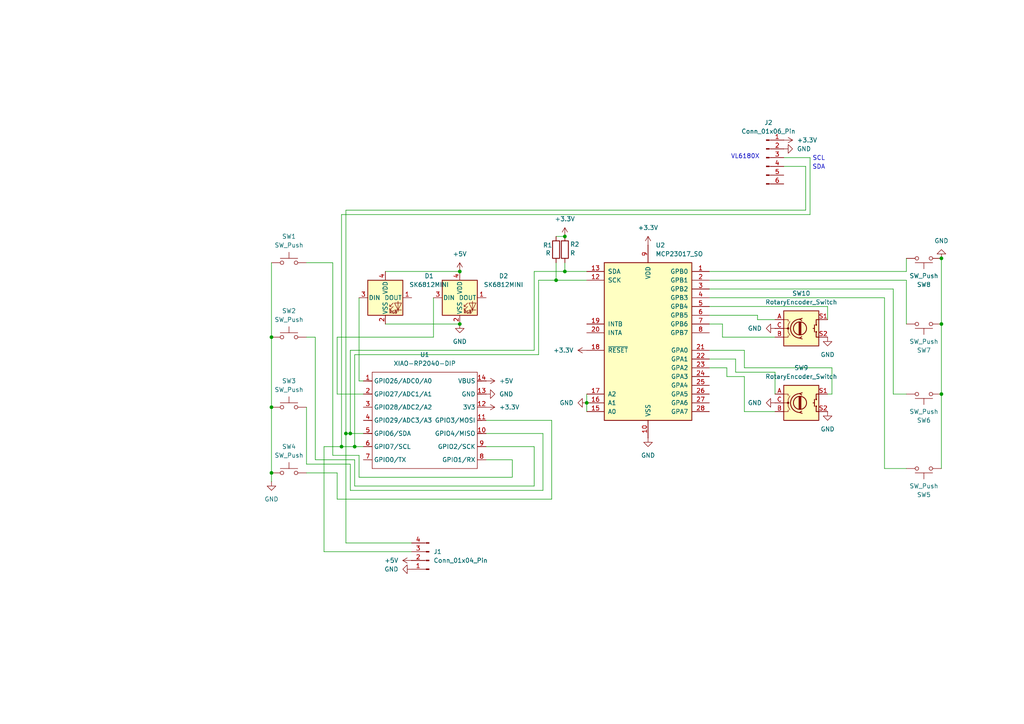
<source format=kicad_sch>
(kicad_sch (version 20231120) (generator "eeschema") (generator_version "8.0")
  (paper "A4")
  (lib_symbols
    (symbol "Connector:Conn_01x04_Pin" (pin_names (offset 1.016) hide)
      (property "Reference" "J" (at 0 5.08 0))
      (property "Value" "Conn_01x04_Pin" (at 0 -7.62 0))
      (symbol "Conn_01x04_Pin_1_1"
        (polyline (pts (xy 1.27 -5.08) (xy 0.8636 -5.08)) (stroke (width 0.1524)))
        (polyline (pts (xy 1.27 -2.54) (xy 0.8636 -2.54)) (stroke (width 0.1524)))
        (polyline (pts (xy 1.27 0) (xy 0.8636 0)) (stroke (width 0.1524)))
        (polyline (pts (xy 1.27 2.54) (xy 0.8636 2.54)) (stroke (width 0.1524)))
        (rectangle (start 0.8636 -4.953) (end 0 -5.207) (stroke (width 0.1524)) (fill (type outline)))
        (rectangle (start 0.8636 -2.413) (end 0 -2.667) (stroke (width 0.1524)) (fill (type outline)))
        (rectangle (start 0.8636 0.127) (end 0 -0.127) (stroke (width 0.1524)) (fill (type outline)))
        (rectangle (start 0.8636 2.667) (end 0 2.413) (stroke (width 0.1524)) (fill (type outline)))
        (pin passive line (at 5.08 2.54 180) (length 3.81) (name "Pin_1") (number "1"))
        (pin passive line (at 5.08 0 180) (length 3.81) (name "Pin_2") (number "2"))
        (pin passive line (at 5.08 -2.54 180) (length 3.81) (name "Pin_3") (number "3"))
        (pin passive line (at 5.08 -5.08 180) (length 3.81) (name "Pin_4") (number "4"))
      )
    )
    (symbol "Connector:Conn_01x06_Pin" (pin_names (offset 1.016) hide)
      (property "Reference" "J" (at 0 7.62 0))
      (property "Value" "Conn_01x06_Pin" (at 0 -10.16 0))
      (symbol "Conn_01x06_Pin_1_1"
        (polyline (pts (xy 1.27 -7.62) (xy 0.8636 -7.62)) (stroke (width 0.1524)))
        (polyline (pts (xy 1.27 -5.08) (xy 0.8636 -5.08)) (stroke (width 0.1524)))
        (polyline (pts (xy 1.27 -2.54) (xy 0.8636 -2.54)) (stroke (width 0.1524)))
        (polyline (pts (xy 1.27 0) (xy 0.8636 0)) (stroke (width 0.1524)))
        (polyline (pts (xy 1.27 2.54) (xy 0.8636 2.54)) (stroke (width 0.1524)))
        (polyline (pts (xy 1.27 5.08) (xy 0.8636 5.08)) (stroke (width 0.1524)))
        (rectangle (start 0.8636 -7.493) (end 0 -7.747) (stroke (width 0.1524)) (fill (type outline)))
        (rectangle (start 0.8636 -4.953) (end 0 -5.207) (stroke (width 0.1524)) (fill (type outline)))
        (rectangle (start 0.8636 -2.413) (end 0 -2.667) (stroke (width 0.1524)) (fill (type outline)))
        (rectangle (start 0.8636 0.127) (end 0 -0.127) (stroke (width 0.1524)) (fill (type outline)))
        (rectangle (start 0.8636 2.667) (end 0 2.413) (stroke (width 0.1524)) (fill (type outline)))
        (rectangle (start 0.8636 5.207) (end 0 4.953) (stroke (width 0.1524)) (fill (type outline)))
        (pin passive line (at 5.08 5.08 180) (length 3.81) (name "Pin_1") (number "1"))
        (pin passive line (at 5.08 2.54 180) (length 3.81) (name "Pin_2") (number "2"))
        (pin passive line (at 5.08 0 180) (length 3.81) (name "Pin_3") (number "3"))
        (pin passive line (at 5.08 -2.54 180) (length 3.81) (name "Pin_4") (number "4"))
        (pin passive line (at 5.08 -5.08 180) (length 3.81) (name "Pin_5") (number "5"))
        (pin passive line (at 5.08 -7.62 180) (length 3.81) (name "Pin_6") (number "6"))
      )
    )
    (symbol "Device:R" (pin_numbers hide) (pin_names (offset 0))
      (property "Reference" "R" (at 2.032 0 90))
      (property "Value" "R" (at 0 0 90))
      (symbol "R_0_1"
        (rectangle (start -1.016 -2.54) (end 1.016 2.54) (stroke (width 0.254)))
      )
      (symbol "R_1_1"
        (pin passive line (at 0 3.81 270) (length 1.27) (name "~") (number "1"))
        (pin passive line (at 0 -3.81 90) (length 1.27) (name "~") (number "2"))
      )
    )
    (symbol "Device:RotaryEncoder_Switch" (pin_names (offset 0.254) hide)
      (property "Reference" "SW" (at 0 6.604 0))
      (property "Value" "RotaryEncoder_Switch" (at 0 -6.604 0))
      (symbol "RotaryEncoder_Switch_0_1"
        (rectangle (start -5.08 5.08) (end 5.08 -5.08) (stroke (width 0.254)) (fill (type background)))
        (circle (center -3.81 0) (radius 0.254) (fill (type outline)))
        (circle (center -0.381 0) (radius 1.905) (stroke (width 0.254)))
        (arc (start -0.381 2.667) (mid -3.0988 -0.0635) (end -0.381 -2.794) (stroke (width 0.254)))
        (polyline (pts (xy -0.635 -1.778) (xy -0.635 1.778)) (stroke (width 0.254)))
        (polyline (pts (xy -0.381 -1.778) (xy -0.381 1.778)) (stroke (width 0.254)))
        (polyline (pts (xy -0.127 1.778) (xy -0.127 -1.778)) (stroke (width 0.254)))
        (polyline (pts (xy 3.81 0) (xy 3.429 0)) (stroke (width 0.254)))
        (polyline (pts (xy 3.81 1.016) (xy 3.81 -1.016)) (stroke (width 0.254)))
        (polyline (pts (xy -5.08 -2.54) (xy -3.81 -2.54) (xy -3.81 -2.032)))
        (polyline (pts (xy -5.08 2.54) (xy -3.81 2.54) (xy -3.81 2.032)))
        (polyline (pts (xy 0.254 -3.048) (xy -0.508 -2.794) (xy 0.127 -2.413)) (stroke (width 0.254)))
        (polyline (pts (xy 0.254 2.921) (xy -0.508 2.667) (xy 0.127 2.286)) (stroke (width 0.254)))
        (polyline (pts (xy 5.08 -2.54) (xy 4.318 -2.54) (xy 4.318 -1.016)) (stroke (width 0.254)))
        (polyline (pts (xy 5.08 2.54) (xy 4.318 2.54) (xy 4.318 1.016)) (stroke (width 0.254)))
        (polyline (pts (xy -5.08 0) (xy -3.81 0) (xy -3.81 -1.016) (xy -3.302 -2.032)))
        (polyline (pts (xy -4.318 0) (xy -3.81 0) (xy -3.81 1.016) (xy -3.302 2.032)))
        (circle (center 4.318 -1.016) (radius 0.127) (stroke (width 0.254)))
        (circle (center 4.318 1.016) (radius 0.127) (stroke (width 0.254)))
      )
      (symbol "RotaryEncoder_Switch_1_1"
        (pin passive line (at -7.62 2.54 0) (length 2.54) (name "A") (number "A"))
        (pin passive line (at -7.62 -2.54 0) (length 2.54) (name "B") (number "B"))
        (pin passive line (at -7.62 0 0) (length 2.54) (name "C") (number "C"))
        (pin passive line (at 7.62 2.54 180) (length 2.54) (name "S1") (number "S1"))
        (pin passive line (at 7.62 -2.54 180) (length 2.54) (name "S2") (number "S2"))
      )
    )
    (symbol "Interface_Expansion:MCP23017_SO" (pin_names (offset 1.016))
      (property "Reference" "U" (at -11.43 24.13 0))
      (property "Value" "MCP23017_SO" (at 0 0 0))
      (symbol "MCP23017_SO_0_1"
        (rectangle (start -12.7 22.86) (end 12.7 -22.86) (stroke (width 0.254)) (fill (type background)))
      )
      (symbol "MCP23017_SO_1_1"
        (pin bidirectional line (at 17.78 20.32 180) (length 5.08) (name "GPB0") (number "1"))
        (pin power_in line (at 0 -27.94 90) (length 5.08) (name "VSS") (number "10"))
        (pin no_connect line (at -12.7 15.24 0) (length 5.08) hide (name "NC") (number "11"))
        (pin input line (at -17.78 17.78 0) (length 5.08) (name "SCK") (number "12"))
        (pin bidirectional line (at -17.78 20.32 0) (length 5.08) (name "SDA") (number "13"))
        (pin no_connect line (at -12.7 12.7 0) (length 5.08) hide (name "NC") (number "14"))
        (pin input line (at -17.78 -20.32 0) (length 5.08) (name "A0") (number "15"))
        (pin input line (at -17.78 -17.78 0) (length 5.08) (name "A1") (number "16"))
        (pin input line (at -17.78 -15.24 0) (length 5.08) (name "A2") (number "17"))
        (pin input line (at -17.78 -2.54 0) (length 5.08) (name "~{RESET}") (number "18"))
        (pin tri_state line (at -17.78 5.08 0) (length 5.08) (name "INTB") (number "19"))
        (pin bidirectional line (at 17.78 17.78 180) (length 5.08) (name "GPB1") (number "2"))
        (pin tri_state line (at -17.78 2.54 0) (length 5.08) (name "INTA") (number "20"))
        (pin bidirectional line (at 17.78 -2.54 180) (length 5.08) (name "GPA0") (number "21"))
        (pin bidirectional line (at 17.78 -5.08 180) (length 5.08) (name "GPA1") (number "22"))
        (pin bidirectional line (at 17.78 -7.62 180) (length 5.08) (name "GPA2") (number "23"))
        (pin bidirectional line (at 17.78 -10.16 180) (length 5.08) (name "GPA3") (number "24"))
        (pin bidirectional line (at 17.78 -12.7 180) (length 5.08) (name "GPA4") (number "25"))
        (pin bidirectional line (at 17.78 -15.24 180) (length 5.08) (name "GPA5") (number "26"))
        (pin bidirectional line (at 17.78 -17.78 180) (length 5.08) (name "GPA6") (number "27"))
        (pin output line (at 17.78 -20.32 180) (length 5.08) (name "GPA7") (number "28"))
        (pin bidirectional line (at 17.78 15.24 180) (length 5.08) (name "GPB2") (number "3"))
        (pin bidirectional line (at 17.78 12.7 180) (length 5.08) (name "GPB3") (number "4"))
        (pin bidirectional line (at 17.78 10.16 180) (length 5.08) (name "GPB4") (number "5"))
        (pin bidirectional line (at 17.78 7.62 180) (length 5.08) (name "GPB5") (number "6"))
        (pin bidirectional line (at 17.78 5.08 180) (length 5.08) (name "GPB6") (number "7"))
        (pin output line (at 17.78 2.54 180) (length 5.08) (name "GPB7") (number "8"))
        (pin power_in line (at 0 27.94 270) (length 5.08) (name "VDD") (number "9"))
      )
    )
    (symbol "LED:SK6812MINI" (pin_names (offset 0.254))
      (property "Reference" "D" (at 5.08 5.715 0))
      (property "Value" "SK6812MINI" (at 1.27 -5.715 0))
      (symbol "SK6812MINI_0_0"
        (text "RGB" (at 2.286 -4.191 0) (effects (font (size 0.762 0.762))))
      )
      (symbol "SK6812MINI_0_1"
        (polyline (pts (xy 1.27 -3.556) (xy 1.778 -3.556)))
        (polyline (pts (xy 1.27 -2.54) (xy 1.778 -2.54)))
        (polyline (pts (xy 4.699 -3.556) (xy 2.667 -3.556)))
        (polyline (pts (xy 2.286 -2.54) (xy 1.27 -3.556) (xy 1.27 -3.048)))
        (polyline (pts (xy 2.286 -1.524) (xy 1.27 -2.54) (xy 1.27 -2.032)))
        (polyline (pts (xy 3.683 -1.016) (xy 3.683 -3.556) (xy 3.683 -4.064)))
        (polyline (pts (xy 4.699 -1.524) (xy 2.667 -1.524) (xy 3.683 -3.556) (xy 4.699 -1.524)))
        (rectangle (start 5.08 5.08) (end -5.08 -5.08) (stroke (width 0.254)) (fill (type background)))
      )
      (symbol "SK6812MINI_1_1"
        (pin output line (at 7.62 0 180) (length 2.54) (name "DOUT") (number "1"))
        (pin power_in line (at 0 -7.62 90) (length 2.54) (name "VSS") (number "2"))
        (pin input line (at -7.62 0 0) (length 2.54) (name "DIN") (number "3"))
        (pin power_in line (at 0 7.62 270) (length 2.54) (name "VDD") (number "4"))
      )
    )
    (symbol "OPL:XIAO-RP2040-DIP"
      (property "Reference" "U" (at 0 0 0))
      (property "Value" "XIAO-RP2040-DIP" (at 5.334 -1.778 0))
      (symbol "XIAO-RP2040-DIP_1_0"
        (polyline (pts (xy -1.27 -30.48) (xy -1.27 -16.51)) (stroke (width 0.1524)))
        (polyline (pts (xy -1.27 -27.94) (xy -2.54 -27.94)) (stroke (width 0.1524)))
        (polyline (pts (xy -1.27 -24.13) (xy -2.54 -24.13)) (stroke (width 0.1524)))
        (polyline (pts (xy -1.27 -20.32) (xy -2.54 -20.32)) (stroke (width 0.1524)))
        (polyline (pts (xy -1.27 -16.51) (xy -2.54 -16.51)) (stroke (width 0.1524)))
        (polyline (pts (xy -1.27 -16.51) (xy -1.27 -12.7)) (stroke (width 0.1524)))
        (polyline (pts (xy -1.27 -12.7) (xy -2.54 -12.7)) (stroke (width 0.1524)))
        (polyline (pts (xy -1.27 -12.7) (xy -1.27 -8.89)) (stroke (width 0.1524)))
        (polyline (pts (xy -1.27 -8.89) (xy -2.54 -8.89)) (stroke (width 0.1524)))
        (polyline (pts (xy -1.27 -8.89) (xy -1.27 -5.08)) (stroke (width 0.1524)))
        (polyline (pts (xy -1.27 -5.08) (xy -2.54 -5.08)) (stroke (width 0.1524)))
        (polyline (pts (xy -1.27 -5.08) (xy -1.27 -2.54)) (stroke (width 0.1524)))
        (polyline (pts (xy -1.27 -2.54) (xy 29.21 -2.54)) (stroke (width 0.1524)))
        (polyline (pts (xy 29.21 -30.48) (xy -1.27 -30.48)) (stroke (width 0.1524)))
        (polyline (pts (xy 29.21 -12.7) (xy 29.21 -30.48)) (stroke (width 0.1524)))
        (polyline (pts (xy 29.21 -8.89) (xy 29.21 -12.7)) (stroke (width 0.1524)))
        (polyline (pts (xy 29.21 -5.08) (xy 29.21 -8.89)) (stroke (width 0.1524)))
        (polyline (pts (xy 29.21 -2.54) (xy 29.21 -5.08)) (stroke (width 0.1524)))
        (polyline (pts (xy 30.48 -27.94) (xy 29.21 -27.94)) (stroke (width 0.1524)))
        (polyline (pts (xy 30.48 -24.13) (xy 29.21 -24.13)) (stroke (width 0.1524)))
        (polyline (pts (xy 30.48 -20.32) (xy 29.21 -20.32)) (stroke (width 0.1524)))
        (polyline (pts (xy 30.48 -16.51) (xy 29.21 -16.51)) (stroke (width 0.1524)))
        (polyline (pts (xy 30.48 -12.7) (xy 29.21 -12.7)) (stroke (width 0.1524)))
        (polyline (pts (xy 30.48 -8.89) (xy 29.21 -8.89)) (stroke (width 0.1524)))
        (polyline (pts (xy 30.48 -5.08) (xy 29.21 -5.08)) (stroke (width 0.1524)))
        (pin passive line (at -3.81 -5.08 0) (length 2.54) (name "GPIO26/ADC0/A0") (number "1"))
        (pin passive line (at 31.75 -20.32 180) (length 2.54) (name "GPIO4/MISO") (number "10"))
        (pin passive line (at 31.75 -16.51 180) (length 2.54) (name "GPIO3/MOSI") (number "11"))
        (pin passive line (at 31.75 -12.7 180) (length 2.54) (name "3V3") (number "12"))
        (pin passive line (at 31.75 -8.89 180) (length 2.54) (name "GND") (number "13"))
        (pin passive line (at 31.75 -5.08 180) (length 2.54) (name "VBUS") (number "14"))
        (pin passive line (at -3.81 -8.89 0) (length 2.54) (name "GPIO27/ADC1/A1") (number "2"))
        (pin passive line (at -3.81 -12.7 0) (length 2.54) (name "GPIO28/ADC2/A2") (number "3"))
        (pin passive line (at -3.81 -16.51 0) (length 2.54) (name "GPIO29/ADC3/A3") (number "4"))
        (pin passive line (at -3.81 -20.32 0) (length 2.54) (name "GPIO6/SDA") (number "5"))
        (pin passive line (at -3.81 -24.13 0) (length 2.54) (name "GPIO7/SCL") (number "6"))
        (pin passive line (at -3.81 -27.94 0) (length 2.54) (name "GPIO0/TX") (number "7"))
        (pin passive line (at 31.75 -27.94 180) (length 2.54) (name "GPIO1/RX") (number "8"))
        (pin passive line (at 31.75 -24.13 180) (length 2.54) (name "GPIO2/SCK") (number "9"))
      )
    )
    (symbol "Switch:SW_Push" (pin_numbers hide) (pin_names (offset 1.016) hide)
      (property "Reference" "SW" (at 1.27 2.54 0))
      (property "Value" "SW_Push" (at 0 -1.524 0))
      (symbol "SW_Push_0_1"
        (circle (center -2.032 0) (radius 0.508))
        (polyline (pts (xy 0 1.27) (xy 0 3.048)))
        (polyline (pts (xy 2.54 1.27) (xy -2.54 1.27)))
        (circle (center 2.032 0) (radius 0.508))
        (pin passive line (at -5.08 0 0) (length 2.54) (name "1") (number "1"))
        (pin passive line (at 5.08 0 180) (length 2.54) (name "2") (number "2"))
      )
    )
    (symbol "power:+3.3V" (power) (pin_numbers hide) (pin_names (offset 0) hide)
      (property "Value" "+3.3V" (at 0 3.556 0))
      (symbol "+3.3V_0_1"
        (polyline (pts (xy -0.762 1.27) (xy 0 2.54)))
        (polyline (pts (xy 0 0) (xy 0 2.54)))
        (polyline (pts (xy 0 2.54) (xy 0.762 1.27)))
      )
      (symbol "+3.3V_1_1"
        (pin power_in line (at 0 0 90) (length 0) (name "~") (number "1"))
      )
    )
    (symbol "power:+5V" (power) (pin_numbers hide) (pin_names (offset 0) hide)
      (property "Value" "+5V" (at 0 3.556 0))
      (symbol "+5V_0_1"
        (polyline (pts (xy -0.762 1.27) (xy 0 2.54)))
        (polyline (pts (xy 0 0) (xy 0 2.54)))
        (polyline (pts (xy 0 2.54) (xy 0.762 1.27)))
      )
      (symbol "+5V_1_1"
        (pin power_in line (at 0 0 90) (length 0) (name "~") (number "1"))
      )
    )
    (symbol "power:GND" (power) (pin_numbers hide) (pin_names (offset 0) hide)
      (property "Value" "GND" (at 0 -3.81 0))
      (symbol "GND_0_1"
        (polyline (pts (xy 0 0) (xy 0 -1.27) (xy 1.27 -1.27) (xy 0 -2.54) (xy -1.27 -1.27) (xy 0 -1.27)))
      )
      (symbol "GND_1_1"
        (pin power_in line (at 0 0 270) (length 0) (name "~") (number "1"))
      )
    )
  )
  (junction (at 78.74 137.16))
  (junction (at 273.05 93.98))
  (junction (at 102.87 129.54))
  (junction (at 161.29 81.28))
  (junction (at 101.6 125.73))
  (junction (at 273.05 114.3))
  (junction (at 100.33 125.73))
  (junction (at 78.74 118.11))
  (junction (at 133.35 93.98))
  (junction (at 99.06 129.54))
  (junction (at 273.05 74.93))
  (junction (at 78.74 97.79))
  (junction (at 133.35 78.74))
  (junction (at 163.83 78.74))
  (junction (at 170.18 116.84))
  (junction (at 163.83 68.58))
  (wire (pts (xy 91.44 133.35) (xy 102.87 133.35)))
  (wire (pts (xy 101.6 142.24) (xy 101.6 134.62)))
  (wire (pts (xy 99.06 62.23) (xy 99.06 129.54)))
  (wire (pts (xy 91.44 97.79) (xy 91.44 133.35)))
  (wire (pts (xy 119.38 160.02) (xy 93.98 160.02)))
  (wire (pts (xy 102.87 140.97) (xy 154.94 140.97)))
  (wire (pts (xy 97.79 144.78) (xy 160.02 144.78)))
  (wire (pts (xy 78.74 97.79) (xy 78.74 118.11)))
  (wire (pts (xy 154.94 78.74) (xy 154.94 101.6)))
  (wire (pts (xy 101.6 125.73) (xy 105.41 125.73)))
  (wire (pts (xy 148.59 133.35) (xy 140.97 133.35)))
  (wire (pts (xy 125.73 97.79) (xy 97.79 97.79)))
  (wire (pts (xy 215.9 101.6) (xy 205.74 101.6)))
  (wire (pts (xy 205.74 78.74) (xy 262.89 78.74)))
  (wire (pts (xy 88.9 137.16) (xy 97.79 137.16)))
  (wire (pts (xy 259.08 114.3) (xy 262.89 114.3)))
  (wire (pts (xy 157.48 125.73) (xy 157.48 142.24)))
  (wire (pts (xy 156.21 102.87) (xy 102.87 102.87)))
  (wire (pts (xy 161.29 76.2) (xy 161.29 81.28)))
  (wire (pts (xy 170.18 116.84) (xy 170.18 119.38)))
  (wire (pts (xy 97.79 114.3) (xy 105.41 114.3)))
  (wire (pts (xy 154.94 101.6) (xy 101.6 101.6)))
  (wire (pts (xy 234.95 62.23) (xy 99.06 62.23)))
  (wire (pts (xy 104.14 132.08) (xy 104.14 138.43)))
  (wire (pts (xy 100.33 60.96) (xy 100.33 125.73)))
  (wire (pts (xy 262.89 78.74) (xy 262.89 74.93)))
  (wire (pts (xy 100.33 125.73) (xy 101.6 125.73)))
  (wire (pts (xy 140.97 125.73) (xy 157.48 125.73)))
  (wire (pts (xy 233.68 60.96) (xy 100.33 60.96)))
  (wire (pts (xy 78.74 118.11) (xy 78.74 137.16)))
  (wire (pts (xy 160.02 144.78) (xy 160.02 121.92)))
  (wire (pts (xy 219.71 91.44) (xy 205.74 91.44)))
  (wire (pts (xy 88.9 134.62) (xy 88.9 118.11)))
  (wire (pts (xy 215.9 119.38) (xy 215.9 109.22)))
  (wire (pts (xy 170.18 78.74) (xy 163.83 78.74)))
  (wire (pts (xy 156.21 81.28) (xy 156.21 102.87)))
  (wire (pts (xy 100.33 157.48) (xy 100.33 125.73)))
  (wire (pts (xy 163.83 76.2) (xy 163.83 78.74)))
  (wire (pts (xy 210.82 106.68) (xy 205.74 106.68)))
  (wire (pts (xy 102.87 129.54) (xy 105.41 129.54)))
  (wire (pts (xy 97.79 97.79) (xy 97.79 114.3)))
  (wire (pts (xy 209.55 97.79) (xy 209.55 93.98)))
  (wire (pts (xy 227.33 45.72) (xy 234.95 45.72)))
  (wire (pts (xy 104.14 110.49) (xy 105.41 110.49)))
  (wire (pts (xy 227.33 48.26) (xy 233.68 48.26)))
  (wire (pts (xy 219.71 92.71) (xy 219.71 91.44)))
  (wire (pts (xy 224.79 114.3) (xy 224.79 107.95)))
  (wire (pts (xy 256.54 86.36) (xy 256.54 135.89)))
  (wire (pts (xy 209.55 93.98) (xy 205.74 93.98)))
  (wire (pts (xy 102.87 102.87) (xy 102.87 129.54)))
  (wire (pts (xy 163.83 78.74) (xy 154.94 78.74)))
  (wire (pts (xy 157.48 142.24) (xy 101.6 142.24)))
  (wire (pts (xy 154.94 140.97) (xy 154.94 129.54)))
  (wire (pts (xy 224.79 97.79) (xy 209.55 97.79)))
  (wire (pts (xy 102.87 133.35) (xy 102.87 140.97)))
  (wire (pts (xy 119.38 157.48) (xy 100.33 157.48)))
  (wire (pts (xy 273.05 135.89) (xy 273.05 114.3)))
  (wire (pts (xy 170.18 114.3) (xy 170.18 116.84)))
  (wire (pts (xy 104.14 86.36) (xy 104.14 110.49)))
  (wire (pts (xy 262.89 81.28) (xy 262.89 93.98)))
  (wire (pts (xy 215.9 109.22) (xy 210.82 109.22)))
  (wire (pts (xy 241.3 106.68) (xy 215.9 106.68)))
  (wire (pts (xy 154.94 129.54) (xy 140.97 129.54)))
  (wire (pts (xy 170.18 81.28) (xy 161.29 81.28)))
  (wire (pts (xy 160.02 121.92) (xy 140.97 121.92)))
  (wire (pts (xy 259.08 83.82) (xy 259.08 114.3)))
  (wire (pts (xy 213.36 107.95) (xy 213.36 104.14)))
  (wire (pts (xy 215.9 106.68) (xy 215.9 101.6)))
  (wire (pts (xy 161.29 68.58) (xy 163.83 68.58)))
  (wire (pts (xy 97.79 137.16) (xy 97.79 144.78)))
  (wire (pts (xy 273.05 114.3) (xy 273.05 93.98)))
  (wire (pts (xy 224.79 119.38) (xy 215.9 119.38)))
  (wire (pts (xy 93.98 129.54) (xy 99.06 129.54)))
  (wire (pts (xy 125.73 86.36) (xy 125.73 97.79)))
  (wire (pts (xy 241.3 114.3) (xy 241.3 106.68)))
  (wire (pts (xy 234.95 45.72) (xy 234.95 62.23)))
  (wire (pts (xy 99.06 129.54) (xy 102.87 129.54)))
  (wire (pts (xy 205.74 86.36) (xy 256.54 86.36)))
  (wire (pts (xy 240.03 114.3) (xy 241.3 114.3)))
  (wire (pts (xy 205.74 104.14) (xy 213.36 104.14)))
  (wire (pts (xy 88.9 76.2) (xy 96.52 76.2)))
  (wire (pts (xy 240.03 88.9) (xy 205.74 88.9)))
  (wire (pts (xy 161.29 81.28) (xy 156.21 81.28)))
  (wire (pts (xy 104.14 138.43) (xy 148.59 138.43)))
  (wire (pts (xy 96.52 76.2) (xy 96.52 132.08)))
  (wire (pts (xy 101.6 101.6) (xy 101.6 125.73)))
  (wire (pts (xy 205.74 83.82) (xy 259.08 83.82)))
  (wire (pts (xy 256.54 135.89) (xy 262.89 135.89)))
  (wire (pts (xy 233.68 48.26) (xy 233.68 60.96)))
  (wire (pts (xy 88.9 97.79) (xy 91.44 97.79)))
  (wire (pts (xy 273.05 93.98) (xy 273.05 74.93)))
  (wire (pts (xy 78.74 76.2) (xy 78.74 97.79)))
  (wire (pts (xy 101.6 134.62) (xy 88.9 134.62)))
  (wire (pts (xy 240.03 92.71) (xy 240.03 88.9)))
  (wire (pts (xy 111.76 93.98) (xy 133.35 93.98)))
  (wire (pts (xy 210.82 109.22) (xy 210.82 106.68)))
  (wire (pts (xy 96.52 132.08) (xy 104.14 132.08)))
  (wire (pts (xy 148.59 138.43) (xy 148.59 133.35)))
  (wire (pts (xy 78.74 139.7) (xy 78.74 137.16)))
  (wire (pts (xy 93.98 160.02) (xy 93.98 129.54)))
  (wire (pts (xy 205.74 81.28) (xy 262.89 81.28)))
  (wire (pts (xy 224.79 107.95) (xy 213.36 107.95)))
  (wire (pts (xy 224.79 92.71) (xy 219.71 92.71)))
  (wire (pts (xy 111.76 78.74) (xy 133.35 78.74)))
  (text "SDA" (at 237.49 48.514 0) (effects (font (size 1.27 1.27))))
  (text "SCL" (at 237.49 45.974 0) (effects (font (size 1.27 1.27))))
  (text "VL6180X" (at 216.154 45.466 0) (effects (font (size 1.27 1.27))))
  (symbol (lib_id "Switch:SW_Push") (at 83.82 97.79 0) (unit 1)
    (property "Reference" "SW2" (at 83.82 90.17 0))
    (property "Value" "SW_Push" (at 83.82 92.71 0))
    (property "Footprint" "Button_Switch_Keyboard:SW_Cherry_MX_1.00u_PCB" (effects (hide yes)))
    (property "Description" "Push button switch, generic, two pins" (effects (hide yes)))
  )
  (symbol (lib_id "power:GND") (at 240.03 97.79 0) (unit 1)
    (property "Reference" "#PWR016" (effects (hide yes)))
    (property "Value" "GND" (at 240.03 102.87 0))
    (property "Description" "Power symbol creates a global label with name \"GND\" , ground" (effects (hide yes)))
  )
  (symbol (lib_id "power:+3.3V") (at 163.83 68.58 0) (unit 1)
    (property "Reference" "#PWR011" (effects (hide yes)))
    (property "Value" "+3.3V" (at 163.83 63.5 0))
    (property "Description" "Power symbol creates a global label with name \"+3.3V\"" (effects (hide yes)))
  )
  (symbol (lib_id "OPL:XIAO-RP2040-DIP") (at 109.22 105.41 0) (unit 1)
    (property "Reference" "U1" (at 123.19 102.87 0))
    (property "Value" "XIAO-RP2040-DIP" (at 123.19 105.41 0))
    (property "Footprint" "OPL:XIAO-RP2040-DIP" (effects (hide yes)))
  )
  (symbol (lib_id "power:+5V") (at 119.38 162.56 90) (unit 1)
    (property "Reference" "#PWR017" (effects (hide yes)))
    (property "Value" "+5V" (at 115.57 162.5599 90) (effects (justify left)))
    (property "Description" "Power symbol creates a global label with name \"+5V\"" (effects (hide yes)))
  )
  (symbol (lib_id "power:GND") (at 170.18 116.84 270) (unit 1)
    (property "Reference" "#PWR09" (effects (hide yes)))
    (property "Value" "GND" (at 166.37 116.8399 90) (effects (justify right)))
    (property "Description" "Power symbol creates a global label with name \"GND\" , ground" (effects (hide yes)))
  )
  (symbol (lib_id "Switch:SW_Push") (at 267.97 93.98 180) (unit 1)
    (property "Reference" "SW7" (at 267.97 101.6 0))
    (property "Value" "SW_Push" (at 267.97 99.06 0))
    (property "Footprint" "Button_Switch_Keyboard:SW_Cherry_MX_1.00u_PCB" (effects (hide yes)))
    (property "Description" "Push button switch, generic, two pins" (effects (hide yes)))
  )
  (symbol (lib_id "Switch:SW_Push") (at 267.97 135.89 180) (unit 1)
    (property "Reference" "SW5" (at 267.97 143.51 0))
    (property "Value" "SW_Push" (at 267.97 140.97 0))
    (property "Footprint" "Button_Switch_Keyboard:SW_Cherry_MX_1.00u_PCB" (effects (hide yes)))
    (property "Description" "Push button switch, generic, two pins" (effects (hide yes)))
  )
  (symbol (lib_id "Connector:Conn_01x06_Pin") (at 222.25 45.72 0) (unit 1)
    (property "Reference" "J2" (at 222.885 35.56 0))
    (property "Value" "Conn_01x06_Pin" (at 222.885 38.1 0))
    (property "Footprint" "Connector_PinHeader_2.54mm:PinHeader_1x06_P2.54mm_Vertical" (effects (hide yes)))
    (property "Description" "Generic connector, single row, 01x06, script generated" (effects (hide yes)))
  )
  (symbol (lib_id "Device:RotaryEncoder_Switch") (at 232.41 95.25 0) (unit 1)
    (property "Reference" "SW10" (at 232.41 85.09 0))
    (property "Value" "RotaryEncoder_Switch" (at 232.41 87.63 0))
    (property "Footprint" "Rotary_Encoder:RotaryEncoder_Alps_EC11E-Switch_Vertical_H20mm_CircularMountingHoles" (effects (hide yes)))
    (property "Description" "Rotary encoder, dual channel, incremental quadrate outputs, with switch" (effects (hide yes)))
  )
  (symbol (lib_id "power:GND") (at 224.79 95.25 270) (unit 1)
    (property "Reference" "#PWR014" (effects (hide yes)))
    (property "Value" "GND" (at 220.98 95.2499 90) (effects (justify right)))
    (property "Description" "Power symbol creates a global label with name \"GND\" , ground" (effects (hide yes)))
  )
  (symbol (lib_id "power:GND") (at 133.35 93.98 0) (unit 1)
    (property "Reference" "#PWR04" (effects (hide yes)))
    (property "Value" "GND" (at 133.35 99.06 0))
    (property "Description" "Power symbol creates a global label with name \"GND\" , ground" (effects (hide yes)))
  )
  (symbol (lib_id "power:+3.3V") (at 170.18 101.6 90) (unit 1)
    (property "Reference" "#PWR08" (effects (hide yes)))
    (property "Value" "+3.3V" (at 166.37 101.5999 90) (effects (justify left)))
    (property "Description" "Power symbol creates a global label with name \"+3.3V\"" (effects (hide yes)))
  )
  (symbol (lib_id "Switch:SW_Push") (at 83.82 118.11 0) (unit 1)
    (property "Reference" "SW3" (at 83.82 110.49 0))
    (property "Value" "SW_Push" (at 83.82 113.03 0))
    (property "Footprint" "Button_Switch_Keyboard:SW_Cherry_MX_1.00u_PCB" (effects (hide yes)))
    (property "Description" "Push button switch, generic, two pins" (effects (hide yes)))
  )
  (symbol (lib_id "power:+3.3V") (at 227.33 40.64 270) (unit 1)
    (property "Reference" "#PWR019" (effects (hide yes)))
    (property "Value" "+3.3V" (at 231.14 40.6399 90) (effects (justify left)))
    (property "Description" "Power symbol creates a global label with name \"+3.3V\"" (effects (hide yes)))
  )
  (symbol (lib_id "Switch:SW_Push") (at 267.97 74.93 180) (unit 1)
    (property "Reference" "SW8" (at 267.97 82.55 0))
    (property "Value" "SW_Push" (at 267.97 80.01 0))
    (property "Footprint" "Button_Switch_Keyboard:SW_Cherry_MX_1.00u_PCB" (effects (hide yes)))
    (property "Description" "Push button switch, generic, two pins" (effects (hide yes)))
  )
  (symbol (lib_id "power:GND") (at 240.03 119.38 0) (unit 1)
    (property "Reference" "#PWR015" (effects (hide yes)))
    (property "Value" "GND" (at 240.03 124.46 0))
    (property "Description" "Power symbol creates a global label with name \"GND\" , ground" (effects (hide yes)))
  )
  (symbol (lib_id "power:+5V") (at 133.35 78.74 0) (unit 1)
    (property "Reference" "#PWR03" (effects (hide yes)))
    (property "Value" "+5V" (at 133.35 73.66 0))
    (property "Description" "Power symbol creates a global label with name \"+5V\"" (effects (hide yes)))
  )
  (symbol (lib_id "Interface_Expansion:MCP23017_SO") (at 187.96 99.06 0) (unit 1)
    (property "Reference" "U2" (at 190.1541 71.12 0) (effects (justify left)))
    (property "Value" "MCP23017_SO" (at 190.1541 73.66 0) (effects (justify left)))
    (property "Footprint" "Package_SO:SOIC-28W_7.5x17.9mm_P1.27mm" (effects (hide yes)))
    (property "Datasheet" "https://ww1.microchip.com/downloads/aemDocuments/documents/APID/ProductDocuments/DataSheets/MCP23017-Data-Sheet-DS20001952.pdf" (effects (hide yes)))
    (property "Description" "16-bit I/O expander, I2C, interrupts, w pull-ups, GPA/B7 output only (https://microchip.my.site.com/s/article/GPA7---GPB7-Cannot-Be-Used-as-Inputs-In-MCP23017),  SOIC-28" (effects (hide yes)))
  )
  (symbol (lib_id "Switch:SW_Push") (at 83.82 76.2 0) (unit 1)
    (property "Reference" "SW1" (at 83.82 68.58 0))
    (property "Value" "SW_Push" (at 83.82 71.12 0))
    (property "Footprint" "Button_Switch_Keyboard:SW_Cherry_MX_1.00u_PCB" (effects (hide yes)))
    (property "Description" "Push button switch, generic, two pins" (effects (hide yes)))
  )
  (symbol (lib_id "Device:RotaryEncoder_Switch") (at 232.41 116.84 0) (unit 1)
    (property "Reference" "SW9" (at 232.41 106.68 0))
    (property "Value" "RotaryEncoder_Switch" (at 232.41 109.22 0))
    (property "Footprint" "Rotary_Encoder:RotaryEncoder_Alps_EC11E-Switch_Vertical_H20mm_CircularMountingHoles" (effects (hide yes)))
    (property "Description" "Rotary encoder, dual channel, incremental quadrate outputs, with switch" (effects (hide yes)))
  )
  (symbol (lib_id "power:GND") (at 187.96 127 0) (unit 1)
    (property "Reference" "#PWR010" (effects (hide yes)))
    (property "Value" "GND" (at 187.96 132.08 0))
    (property "Description" "Power symbol creates a global label with name \"GND\" , ground" (effects (hide yes)))
  )
  (symbol (lib_id "LED:SK6812MINI") (at 133.35 86.36 0) (unit 1)
    (property "Reference" "D2" (at 146.05 80.0414 0))
    (property "Value" "SK6812MINI" (at 146.05 82.5814 0))
    (property "Footprint" "LED_SMD:LED_SK6812MINI_PLCC4_3.5x3.5mm_P1.75mm" (effects (hide yes)))
    (property "Datasheet" "https://cdn-shop.adafruit.com/product-files/2686/SK6812MINI_REV.01-1-2.pdf" (effects (hide yes)))
    (property "Description" "RGB LED with integrated controller" (effects (hide yes)))
  )
  (symbol (lib_id "power:+5V") (at 140.97 110.49 270) (unit 1)
    (property "Reference" "#PWR05" (effects (hide yes)))
    (property "Value" "+5V" (at 144.78 110.4899 90) (effects (justify left)))
    (property "Description" "Power symbol creates a global label with name \"+5V\"" (effects (hide yes)))
  )
  (symbol (lib_id "LED:SK6812MINI") (at 111.76 86.36 0) (unit 1)
    (property "Reference" "D1" (at 124.46 80.0414 0))
    (property "Value" "SK6812MINI" (at 124.46 82.5814 0))
    (property "Footprint" "LED_SMD:LED_SK6812MINI_PLCC4_3.5x3.5mm_P1.75mm" (effects (hide yes)))
    (property "Datasheet" "https://cdn-shop.adafruit.com/product-files/2686/SK6812MINI_REV.01-1-2.pdf" (effects (hide yes)))
    (property "Description" "RGB LED with integrated controller" (effects (hide yes)))
  )
  (symbol (lib_id "power:GND") (at 78.74 139.7 0) (unit 1)
    (property "Reference" "#PWR01" (effects (hide yes)))
    (property "Value" "GND" (at 78.74 144.78 0))
    (property "Description" "Power symbol creates a global label with name \"GND\" , ground" (effects (hide yes)))
  )
  (symbol (lib_id "power:GND") (at 119.38 165.1 270) (unit 1)
    (property "Reference" "#PWR018" (effects (hide yes)))
    (property "Value" "GND" (at 115.57 165.0999 90) (effects (justify right)))
    (property "Description" "Power symbol creates a global label with name \"GND\" , ground" (effects (hide yes)))
  )
  (symbol (lib_id "Switch:SW_Push") (at 83.82 137.16 0) (unit 1)
    (property "Reference" "SW4" (at 83.82 129.54 0))
    (property "Value" "SW_Push" (at 83.82 132.08 0))
    (property "Footprint" "Button_Switch_Keyboard:SW_Cherry_MX_1.00u_PCB" (effects (hide yes)))
    (property "Description" "Push button switch, generic, two pins" (effects (hide yes)))
  )
  (symbol (lib_id "power:GND") (at 227.33 43.18 90) (unit 1)
    (property "Reference" "#PWR020" (effects (hide yes)))
    (property "Value" "GND" (at 231.14 43.1799 90) (effects (justify right)))
    (property "Description" "Power symbol creates a global label with name \"GND\" , ground" (effects (hide yes)))
  )
  (symbol (lib_id "power:GND") (at 140.97 114.3 90) (unit 1)
    (property "Reference" "#PWR02" (effects (hide yes)))
    (property "Value" "GND" (at 144.78 114.2999 90) (effects (justify right)))
    (property "Description" "Power symbol creates a global label with name \"GND\" , ground" (effects (hide yes)))
  )
  (symbol (lib_id "power:+3.3V") (at 140.97 118.11 270) (unit 1)
    (property "Reference" "#PWR06" (effects (hide yes)))
    (property "Value" "+3.3V" (at 144.78 118.1099 90) (effects (justify left)))
    (property "Description" "Power symbol creates a global label with name \"+3.3V\"" (effects (hide yes)))
  )
  (symbol (lib_id "Device:R") (at 161.29 72.39 0) (unit 1)
    (property "Reference" "R1" (at 157.48 71.12 0) (effects (justify left)))
    (property "Value" "R" (at 158.242 73.406 0) (effects (justify left)))
    (property "Footprint" "Resistor_THT:R_Axial_DIN0204_L3.6mm_D1.6mm_P7.62mm_Horizontal" (effects (hide yes)))
    (property "Description" "Resistor" (effects (hide yes)))
  )
  (symbol (lib_id "power:GND") (at 224.79 116.84 270) (unit 1)
    (property "Reference" "#PWR013" (effects (hide yes)))
    (property "Value" "GND" (at 220.98 116.8399 90) (effects (justify right)))
    (property "Description" "Power symbol creates a global label with name \"GND\" , ground" (effects (hide yes)))
  )
  (symbol (lib_id "power:GND") (at 273.05 74.93 180) (unit 1)
    (property "Reference" "#PWR012" (effects (hide yes)))
    (property "Value" "GND" (at 273.05 69.85 0))
    (property "Description" "Power symbol creates a global label with name \"GND\" , ground" (effects (hide yes)))
  )
  (symbol (lib_id "power:+3.3V") (at 187.96 71.12 0) (unit 1)
    (property "Reference" "#PWR07" (effects (hide yes)))
    (property "Value" "+3.3V" (at 187.96 66.04 0))
    (property "Description" "Power symbol creates a global label with name \"+3.3V\"" (effects (hide yes)))
  )
  (symbol (lib_id "Device:R") (at 163.83 72.39 0) (unit 1)
    (property "Reference" "R2" (at 165.354 70.866 0) (effects (justify left)))
    (property "Value" "R" (at 165.354 73.406 0) (effects (justify left)))
    (property "Footprint" "Resistor_THT:R_Axial_DIN0204_L3.6mm_D1.6mm_P7.62mm_Horizontal" (effects (hide yes)))
    (property "Description" "Resistor" (effects (hide yes)))
  )
  (symbol (lib_id "Connector:Conn_01x04_Pin") (at 124.46 162.56 180) (unit 1)
    (property "Reference" "J1" (at 125.73 160.0199 0) (effects (justify right)))
    (property "Value" "Conn_01x04_Pin" (at 125.73 162.5599 0) (effects (justify right)))
    (property "Footprint" "OLED:128x64OLED" (effects (hide yes)))
    (property "Description" "Generic connector, single row, 01x04, script generated" (effects (hide yes)))
  )
  (symbol (lib_id "Switch:SW_Push") (at 267.97 114.3 180) (unit 1)
    (property "Reference" "SW6" (at 267.97 121.92 0))
    (property "Value" "SW_Push" (at 267.97 119.38 0))
    (property "Footprint" "Button_Switch_Keyboard:SW_Cherry_MX_1.00u_PCB" (effects (hide yes)))
    (property "Description" "Push button switch, generic, two pins" (effects (hide yes)))
  )
)
</source>
